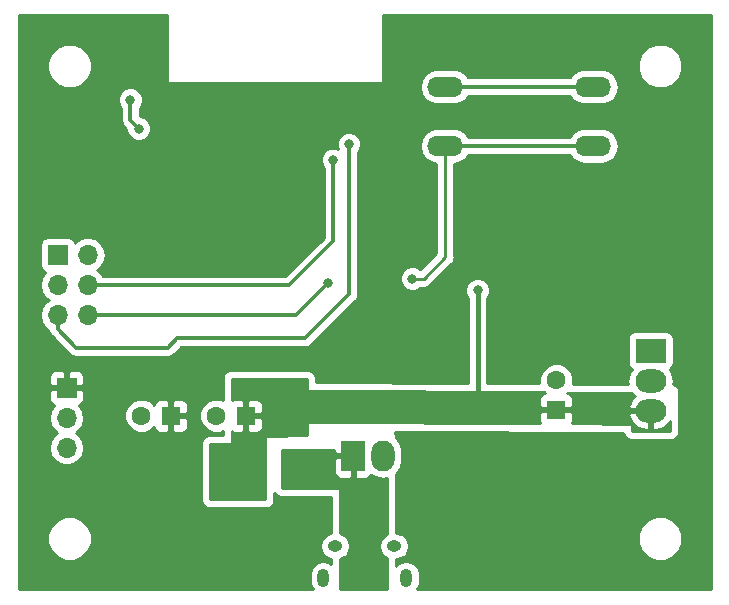
<source format=gbr>
G04 #@! TF.GenerationSoftware,KiCad,Pcbnew,5.0.1*
G04 #@! TF.CreationDate,2018-11-12T23:15:09+00:00*
G04 #@! TF.ProjectId,ESP32-WS2812-Controller,45535033322D5753323831322D436F6E,rev?*
G04 #@! TF.SameCoordinates,Original*
G04 #@! TF.FileFunction,Copper,L2,Bot,Signal*
G04 #@! TF.FilePolarity,Positive*
%FSLAX46Y46*%
G04 Gerber Fmt 4.6, Leading zero omitted, Abs format (unit mm)*
G04 Created by KiCad (PCBNEW 5.0.1) date Mon 12 Nov 2018 23:15:09 GMT*
%MOMM*%
%LPD*%
G01*
G04 APERTURE LIST*
G04 #@! TA.AperFunction,ComponentPad*
%ADD10C,1.600000*%
G04 #@! TD*
G04 #@! TA.AperFunction,ComponentPad*
%ADD11R,1.600000X1.600000*%
G04 #@! TD*
G04 #@! TA.AperFunction,ComponentPad*
%ADD12O,1.000000X1.550000*%
G04 #@! TD*
G04 #@! TA.AperFunction,ComponentPad*
%ADD13O,1.250000X0.950000*%
G04 #@! TD*
G04 #@! TA.AperFunction,ComponentPad*
%ADD14O,2.000000X2.600000*%
G04 #@! TD*
G04 #@! TA.AperFunction,ComponentPad*
%ADD15R,2.000000X2.600000*%
G04 #@! TD*
G04 #@! TA.AperFunction,ComponentPad*
%ADD16O,2.600000X2.000000*%
G04 #@! TD*
G04 #@! TA.AperFunction,ComponentPad*
%ADD17R,2.600000X2.000000*%
G04 #@! TD*
G04 #@! TA.AperFunction,ComponentPad*
%ADD18O,3.048000X1.727200*%
G04 #@! TD*
G04 #@! TA.AperFunction,ComponentPad*
%ADD19O,1.700000X1.700000*%
G04 #@! TD*
G04 #@! TA.AperFunction,ComponentPad*
%ADD20R,1.700000X1.700000*%
G04 #@! TD*
G04 #@! TA.AperFunction,ViaPad*
%ADD21C,0.800000*%
G04 #@! TD*
G04 #@! TA.AperFunction,Conductor*
%ADD22C,0.400000*%
G04 #@! TD*
G04 #@! TA.AperFunction,Conductor*
%ADD23C,0.300000*%
G04 #@! TD*
G04 #@! TA.AperFunction,Conductor*
%ADD24C,0.250000*%
G04 #@! TD*
G04 #@! TA.AperFunction,Conductor*
%ADD25C,0.254000*%
G04 #@! TD*
G04 APERTURE END LIST*
D10*
G04 #@! TO.P,C1,2*
G04 #@! TO.N,GND*
X146200000Y-131600000D03*
D11*
G04 #@! TO.P,C1,1*
G04 #@! TO.N,+5V*
X146200000Y-134100000D03*
G04 #@! TD*
G04 #@! TO.P,C2,1*
G04 #@! TO.N,+5V*
X119920000Y-134620000D03*
D10*
G04 #@! TO.P,C2,2*
G04 #@! TO.N,GND*
X117420000Y-134620000D03*
G04 #@! TD*
G04 #@! TO.P,C3,2*
G04 #@! TO.N,GND*
X111070000Y-134620000D03*
D11*
G04 #@! TO.P,C3,1*
G04 #@! TO.N,+3V3*
X113570000Y-134620000D03*
G04 #@! TD*
D12*
G04 #@! TO.P,J1,6*
G04 #@! TO.N,GND*
X133500000Y-148350000D03*
X126500000Y-148350000D03*
D13*
X132500000Y-145650000D03*
X127500000Y-145650000D03*
G04 #@! TD*
D14*
G04 #@! TO.P,J2,2*
G04 #@! TO.N,GND*
X131540000Y-138000000D03*
D15*
G04 #@! TO.P,J2,1*
G04 #@! TO.N,/5V_Input*
X129000000Y-138000000D03*
G04 #@! TD*
D16*
G04 #@! TO.P,J4,3*
G04 #@! TO.N,+5V*
X154200000Y-134180000D03*
G04 #@! TO.P,J4,2*
G04 #@! TO.N,/DATA*
X154200000Y-131640000D03*
D17*
G04 #@! TO.P,J4,1*
G04 #@! TO.N,GND*
X154200000Y-129100000D03*
G04 #@! TD*
D18*
G04 #@! TO.P,SW1,2*
G04 #@! TO.N,/Button_Open_Side*
X149320000Y-106760000D03*
G04 #@! TO.P,SW1,1*
G04 #@! TO.N,/ESP32-WROOM/IO4*
X149320000Y-111760000D03*
G04 #@! TO.P,SW1,2*
G04 #@! TO.N,/Button_Open_Side*
X136820000Y-106760000D03*
G04 #@! TO.P,SW1,1*
G04 #@! TO.N,/ESP32-WROOM/IO4*
X136820000Y-111760000D03*
G04 #@! TD*
D19*
G04 #@! TO.P,J3,6*
G04 #@! TO.N,/IO0*
X106540000Y-126080000D03*
G04 #@! TO.P,J3,5*
G04 #@! TO.N,/TXD*
X104000000Y-126080000D03*
G04 #@! TO.P,J3,4*
G04 #@! TO.N,/RXD*
X106540000Y-123540000D03*
G04 #@! TO.P,J3,3*
G04 #@! TO.N,Net-(J3-Pad3)*
X104000000Y-123540000D03*
G04 #@! TO.P,J3,2*
G04 #@! TO.N,/EN*
X106540000Y-121000000D03*
D20*
G04 #@! TO.P,J3,1*
G04 #@! TO.N,GND*
X104000000Y-121000000D03*
G04 #@! TD*
D19*
G04 #@! TO.P,J5,3*
G04 #@! TO.N,/Mic_Input*
X104750000Y-137330000D03*
G04 #@! TO.P,J5,2*
G04 #@! TO.N,GND*
X104750000Y-134790000D03*
D20*
G04 #@! TO.P,J5,1*
G04 #@! TO.N,+3V3*
X104750000Y-132250000D03*
G04 #@! TD*
D21*
G04 #@! TO.N,+5V*
X124400000Y-134700000D03*
X122300000Y-135600000D03*
X118400000Y-138400000D03*
X120350000Y-140000000D03*
X138900000Y-134250000D03*
X139550000Y-124000000D03*
G04 #@! TO.N,+3V3*
X105000000Y-110700000D03*
X102750000Y-110150000D03*
X140900000Y-119250000D03*
X137150000Y-146750000D03*
X109000000Y-104000000D03*
X134750000Y-121500000D03*
G04 #@! TO.N,/5V_Input*
X128700000Y-144150000D03*
X128700000Y-147150000D03*
X124000000Y-139200000D03*
X125450000Y-138250000D03*
G04 #@! TO.N,/ESP32-WROOM/IO4*
X134000000Y-123000000D03*
G04 #@! TO.N,/IO0*
X126850000Y-123400000D03*
G04 #@! TO.N,/TXD*
X128650000Y-111600000D03*
G04 #@! TO.N,/RXD*
X127300000Y-112950000D03*
G04 #@! TO.N,/EN*
X110150000Y-107850000D03*
X110850000Y-110300000D03*
G04 #@! TD*
D22*
G04 #@! TO.N,+5V*
X139550000Y-124000000D02*
X139550000Y-124565685D01*
X139550000Y-124565685D02*
X139550000Y-133250000D01*
D23*
G04 #@! TO.N,/ESP32-WROOM/IO4*
X138644000Y-111760000D02*
X149320000Y-111760000D01*
X137820000Y-111760000D02*
X139644000Y-111760000D01*
D24*
X135000000Y-123000000D02*
X134000000Y-123000000D01*
X136820000Y-111760000D02*
X136820000Y-121180000D01*
X136820000Y-121180000D02*
X135000000Y-123000000D01*
D23*
G04 #@! TO.N,/Button_Open_Side*
X138644000Y-106760000D02*
X149320000Y-106760000D01*
X137820000Y-106760000D02*
X139644000Y-106760000D01*
G04 #@! TO.N,/IO0*
X107742081Y-126080000D02*
X107762081Y-126100000D01*
X106540000Y-126080000D02*
X107742081Y-126080000D01*
X107762081Y-126100000D02*
X124150000Y-126100000D01*
X124150000Y-126100000D02*
X126850000Y-123400000D01*
G04 #@! TO.N,/TXD*
X114100000Y-128050000D02*
X124900000Y-128050000D01*
X113300000Y-128850000D02*
X114100000Y-128050000D01*
X104000000Y-126080000D02*
X104000000Y-127282081D01*
X124900000Y-128050000D02*
X128650000Y-124300000D01*
X105567919Y-128850000D02*
X113300000Y-128850000D01*
X104000000Y-127282081D02*
X105567919Y-128850000D01*
X128650000Y-124300000D02*
X128650000Y-111600000D01*
G04 #@! TO.N,/RXD*
X107742081Y-123540000D02*
X107752081Y-123550000D01*
X106540000Y-123540000D02*
X107742081Y-123540000D01*
X107752081Y-123550000D02*
X123600000Y-123550000D01*
X123600000Y-123550000D02*
X127300000Y-119850000D01*
X127300000Y-119850000D02*
X127300000Y-112950000D01*
G04 #@! TO.N,/EN*
X110150000Y-107850000D02*
X110150000Y-109600000D01*
X110150000Y-109600000D02*
X110850000Y-110300000D01*
G04 #@! TD*
D25*
G04 #@! TO.N,/5V_Input*
G36*
X127365000Y-137714250D02*
X127523750Y-137873000D01*
X128873000Y-137873000D01*
X128873000Y-137853000D01*
X129127000Y-137853000D01*
X129127000Y-137873000D01*
X129147000Y-137873000D01*
X129147000Y-138127000D01*
X129127000Y-138127000D01*
X129127000Y-139776250D01*
X129285750Y-139935000D01*
X130126309Y-139935000D01*
X130359698Y-139838327D01*
X130538327Y-139659699D01*
X130558635Y-139610670D01*
X130902056Y-139840136D01*
X131540000Y-139967031D01*
X131873000Y-139900793D01*
X131873000Y-144633736D01*
X131549735Y-144849735D01*
X131304403Y-145216900D01*
X131218254Y-145650000D01*
X131304403Y-146083100D01*
X131549735Y-146450265D01*
X131873000Y-146666264D01*
X131873000Y-149290000D01*
X127927000Y-149290000D01*
X127927000Y-146726647D01*
X128083100Y-146695597D01*
X128450265Y-146450265D01*
X128695597Y-146083100D01*
X128781746Y-145650000D01*
X128695597Y-145216900D01*
X128450265Y-144849735D01*
X128083100Y-144604403D01*
X127927000Y-144573353D01*
X127927000Y-140850000D01*
X127917333Y-140801399D01*
X127889803Y-140760197D01*
X127848601Y-140732667D01*
X127800000Y-140723000D01*
X123027000Y-140723000D01*
X123027000Y-138285750D01*
X127365000Y-138285750D01*
X127365000Y-139426310D01*
X127461673Y-139659699D01*
X127640302Y-139838327D01*
X127873691Y-139935000D01*
X128714250Y-139935000D01*
X128873000Y-139776250D01*
X128873000Y-138127000D01*
X127523750Y-138127000D01*
X127365000Y-138285750D01*
X123027000Y-138285750D01*
X123027000Y-137527000D01*
X127365000Y-137527000D01*
X127365000Y-137714250D01*
X127365000Y-137714250D01*
G37*
X127365000Y-137714250D02*
X127523750Y-137873000D01*
X128873000Y-137873000D01*
X128873000Y-137853000D01*
X129127000Y-137853000D01*
X129127000Y-137873000D01*
X129147000Y-137873000D01*
X129147000Y-138127000D01*
X129127000Y-138127000D01*
X129127000Y-139776250D01*
X129285750Y-139935000D01*
X130126309Y-139935000D01*
X130359698Y-139838327D01*
X130538327Y-139659699D01*
X130558635Y-139610670D01*
X130902056Y-139840136D01*
X131540000Y-139967031D01*
X131873000Y-139900793D01*
X131873000Y-144633736D01*
X131549735Y-144849735D01*
X131304403Y-145216900D01*
X131218254Y-145650000D01*
X131304403Y-146083100D01*
X131549735Y-146450265D01*
X131873000Y-146666264D01*
X131873000Y-149290000D01*
X127927000Y-149290000D01*
X127927000Y-146726647D01*
X128083100Y-146695597D01*
X128450265Y-146450265D01*
X128695597Y-146083100D01*
X128781746Y-145650000D01*
X128695597Y-145216900D01*
X128450265Y-144849735D01*
X128083100Y-144604403D01*
X127927000Y-144573353D01*
X127927000Y-140850000D01*
X127917333Y-140801399D01*
X127889803Y-140760197D01*
X127848601Y-140732667D01*
X127800000Y-140723000D01*
X123027000Y-140723000D01*
X123027000Y-138285750D01*
X127365000Y-138285750D01*
X127365000Y-139426310D01*
X127461673Y-139659699D01*
X127640302Y-139838327D01*
X127873691Y-139935000D01*
X128714250Y-139935000D01*
X128873000Y-139776250D01*
X128873000Y-138127000D01*
X127523750Y-138127000D01*
X127365000Y-138285750D01*
X123027000Y-138285750D01*
X123027000Y-137527000D01*
X127365000Y-137527000D01*
X127365000Y-137714250D01*
G04 #@! TO.N,+5V*
G36*
X125073000Y-132400000D02*
X125082667Y-132448601D01*
X125110197Y-132489803D01*
X125151399Y-132517333D01*
X125199278Y-132526998D01*
X145211307Y-132640703D01*
X145246759Y-132676155D01*
X145040301Y-132761673D01*
X144861673Y-132940302D01*
X144765000Y-133173691D01*
X144765000Y-133814250D01*
X144923750Y-133973000D01*
X146073000Y-133973000D01*
X146073000Y-133953000D01*
X146327000Y-133953000D01*
X146327000Y-133973000D01*
X147476250Y-133973000D01*
X147635000Y-133814250D01*
X147635000Y-133173691D01*
X147538327Y-132940302D01*
X147359699Y-132761673D01*
X147153241Y-132676155D01*
X147177521Y-132651875D01*
X152630418Y-132682857D01*
X152721231Y-132818769D01*
X152887629Y-132929952D01*
X152654078Y-133113683D01*
X152340856Y-133671645D01*
X152309876Y-133799566D01*
X152429223Y-134053000D01*
X154073000Y-134053000D01*
X154073000Y-134033000D01*
X154327000Y-134033000D01*
X154327000Y-134053000D01*
X154347000Y-134053000D01*
X154347000Y-134307000D01*
X154327000Y-134307000D01*
X154327000Y-135815000D01*
X154627000Y-135815000D01*
X155243020Y-135641942D01*
X155745922Y-135246317D01*
X155873000Y-135019945D01*
X155873000Y-135873000D01*
X152626900Y-135873000D01*
X152627177Y-135412902D01*
X152617539Y-135364296D01*
X152590034Y-135323077D01*
X152548848Y-135295523D01*
X152500702Y-135285827D01*
X147532730Y-135265295D01*
X147538327Y-135259698D01*
X147635000Y-135026309D01*
X147635000Y-134560434D01*
X152309876Y-134560434D01*
X152340856Y-134688355D01*
X152654078Y-135246317D01*
X153156980Y-135641942D01*
X153773000Y-135815000D01*
X154073000Y-135815000D01*
X154073000Y-134307000D01*
X152429223Y-134307000D01*
X152309876Y-134560434D01*
X147635000Y-134560434D01*
X147635000Y-134385750D01*
X147476250Y-134227000D01*
X146327000Y-134227000D01*
X146327000Y-134247000D01*
X146073000Y-134247000D01*
X146073000Y-134227000D01*
X144923750Y-134227000D01*
X144765000Y-134385750D01*
X144765000Y-135026309D01*
X144859415Y-135254247D01*
X125200525Y-135173001D01*
X125151885Y-135182467D01*
X125110569Y-135209827D01*
X125082869Y-135250915D01*
X125073000Y-135300000D01*
X125073000Y-136274801D01*
X121698186Y-136323013D01*
X121649728Y-136333373D01*
X121608924Y-136361489D01*
X121581985Y-136403080D01*
X121573000Y-136450000D01*
X121573000Y-141673000D01*
X116927000Y-141673000D01*
X116927000Y-137027000D01*
X118600000Y-137027000D01*
X118648601Y-137017333D01*
X118689803Y-136989803D01*
X118717333Y-136948601D01*
X118727000Y-136900000D01*
X118727000Y-135925025D01*
X118760302Y-135958327D01*
X118993691Y-136055000D01*
X119634250Y-136055000D01*
X119793000Y-135896250D01*
X119793000Y-134747000D01*
X120047000Y-134747000D01*
X120047000Y-135896250D01*
X120205750Y-136055000D01*
X120846309Y-136055000D01*
X121079698Y-135958327D01*
X121258327Y-135779699D01*
X121355000Y-135546310D01*
X121355000Y-134905750D01*
X121196250Y-134747000D01*
X120047000Y-134747000D01*
X119793000Y-134747000D01*
X119773000Y-134747000D01*
X119773000Y-134493000D01*
X119793000Y-134493000D01*
X119793000Y-133343750D01*
X120047000Y-133343750D01*
X120047000Y-134493000D01*
X121196250Y-134493000D01*
X121355000Y-134334250D01*
X121355000Y-133693690D01*
X121258327Y-133460301D01*
X121079698Y-133281673D01*
X120846309Y-133185000D01*
X120205750Y-133185000D01*
X120047000Y-133343750D01*
X119793000Y-133343750D01*
X119634250Y-133185000D01*
X118993691Y-133185000D01*
X118760302Y-133281673D01*
X118727000Y-133314975D01*
X118727000Y-131527000D01*
X125073000Y-131527000D01*
X125073000Y-132400000D01*
X125073000Y-132400000D01*
G37*
X125073000Y-132400000D02*
X125082667Y-132448601D01*
X125110197Y-132489803D01*
X125151399Y-132517333D01*
X125199278Y-132526998D01*
X145211307Y-132640703D01*
X145246759Y-132676155D01*
X145040301Y-132761673D01*
X144861673Y-132940302D01*
X144765000Y-133173691D01*
X144765000Y-133814250D01*
X144923750Y-133973000D01*
X146073000Y-133973000D01*
X146073000Y-133953000D01*
X146327000Y-133953000D01*
X146327000Y-133973000D01*
X147476250Y-133973000D01*
X147635000Y-133814250D01*
X147635000Y-133173691D01*
X147538327Y-132940302D01*
X147359699Y-132761673D01*
X147153241Y-132676155D01*
X147177521Y-132651875D01*
X152630418Y-132682857D01*
X152721231Y-132818769D01*
X152887629Y-132929952D01*
X152654078Y-133113683D01*
X152340856Y-133671645D01*
X152309876Y-133799566D01*
X152429223Y-134053000D01*
X154073000Y-134053000D01*
X154073000Y-134033000D01*
X154327000Y-134033000D01*
X154327000Y-134053000D01*
X154347000Y-134053000D01*
X154347000Y-134307000D01*
X154327000Y-134307000D01*
X154327000Y-135815000D01*
X154627000Y-135815000D01*
X155243020Y-135641942D01*
X155745922Y-135246317D01*
X155873000Y-135019945D01*
X155873000Y-135873000D01*
X152626900Y-135873000D01*
X152627177Y-135412902D01*
X152617539Y-135364296D01*
X152590034Y-135323077D01*
X152548848Y-135295523D01*
X152500702Y-135285827D01*
X147532730Y-135265295D01*
X147538327Y-135259698D01*
X147635000Y-135026309D01*
X147635000Y-134560434D01*
X152309876Y-134560434D01*
X152340856Y-134688355D01*
X152654078Y-135246317D01*
X153156980Y-135641942D01*
X153773000Y-135815000D01*
X154073000Y-135815000D01*
X154073000Y-134307000D01*
X152429223Y-134307000D01*
X152309876Y-134560434D01*
X147635000Y-134560434D01*
X147635000Y-134385750D01*
X147476250Y-134227000D01*
X146327000Y-134227000D01*
X146327000Y-134247000D01*
X146073000Y-134247000D01*
X146073000Y-134227000D01*
X144923750Y-134227000D01*
X144765000Y-134385750D01*
X144765000Y-135026309D01*
X144859415Y-135254247D01*
X125200525Y-135173001D01*
X125151885Y-135182467D01*
X125110569Y-135209827D01*
X125082869Y-135250915D01*
X125073000Y-135300000D01*
X125073000Y-136274801D01*
X121698186Y-136323013D01*
X121649728Y-136333373D01*
X121608924Y-136361489D01*
X121581985Y-136403080D01*
X121573000Y-136450000D01*
X121573000Y-141673000D01*
X116927000Y-141673000D01*
X116927000Y-137027000D01*
X118600000Y-137027000D01*
X118648601Y-137017333D01*
X118689803Y-136989803D01*
X118717333Y-136948601D01*
X118727000Y-136900000D01*
X118727000Y-135925025D01*
X118760302Y-135958327D01*
X118993691Y-136055000D01*
X119634250Y-136055000D01*
X119793000Y-135896250D01*
X119793000Y-134747000D01*
X120047000Y-134747000D01*
X120047000Y-135896250D01*
X120205750Y-136055000D01*
X120846309Y-136055000D01*
X121079698Y-135958327D01*
X121258327Y-135779699D01*
X121355000Y-135546310D01*
X121355000Y-134905750D01*
X121196250Y-134747000D01*
X120047000Y-134747000D01*
X119793000Y-134747000D01*
X119773000Y-134747000D01*
X119773000Y-134493000D01*
X119793000Y-134493000D01*
X119793000Y-133343750D01*
X120047000Y-133343750D01*
X120047000Y-134493000D01*
X121196250Y-134493000D01*
X121355000Y-134334250D01*
X121355000Y-133693690D01*
X121258327Y-133460301D01*
X121079698Y-133281673D01*
X120846309Y-133185000D01*
X120205750Y-133185000D01*
X120047000Y-133343750D01*
X119793000Y-133343750D01*
X119634250Y-133185000D01*
X118993691Y-133185000D01*
X118760302Y-133281673D01*
X118727000Y-133314975D01*
X118727000Y-131527000D01*
X125073000Y-131527000D01*
X125073000Y-132400000D01*
G04 #@! TO.N,+3V3*
G36*
X113273000Y-106300000D02*
X113282667Y-106348601D01*
X113310197Y-106389803D01*
X113351399Y-106417333D01*
X113400000Y-106427000D01*
X131400000Y-106427000D01*
X131448601Y-106417333D01*
X131489803Y-106389803D01*
X131517333Y-106348601D01*
X131527000Y-106300000D01*
X131527000Y-104625050D01*
X153115000Y-104625050D01*
X153115000Y-105374950D01*
X153401974Y-106067767D01*
X153932233Y-106598026D01*
X154625050Y-106885000D01*
X155374950Y-106885000D01*
X156067767Y-106598026D01*
X156598026Y-106067767D01*
X156885000Y-105374950D01*
X156885000Y-104625050D01*
X156598026Y-103932233D01*
X156067767Y-103401974D01*
X155374950Y-103115000D01*
X154625050Y-103115000D01*
X153932233Y-103401974D01*
X153401974Y-103932233D01*
X153115000Y-104625050D01*
X131527000Y-104625050D01*
X131527000Y-100710000D01*
X159290001Y-100710000D01*
X159290000Y-149290000D01*
X134420713Y-149290000D01*
X134569146Y-149067854D01*
X134635000Y-148736782D01*
X134635000Y-147963217D01*
X134569146Y-147632145D01*
X134318289Y-147256711D01*
X133942854Y-147005854D01*
X133500000Y-146917765D01*
X133057145Y-147005854D01*
X132681711Y-147256711D01*
X132635000Y-147326619D01*
X132635000Y-146760000D01*
X132759324Y-146760000D01*
X133083100Y-146695597D01*
X133450265Y-146450265D01*
X133695597Y-146083100D01*
X133781746Y-145650000D01*
X133695597Y-145216900D01*
X133450265Y-144849735D01*
X133114001Y-144625050D01*
X153115000Y-144625050D01*
X153115000Y-145374950D01*
X153401974Y-146067767D01*
X153932233Y-146598026D01*
X154625050Y-146885000D01*
X155374950Y-146885000D01*
X156067767Y-146598026D01*
X156598026Y-146067767D01*
X156885000Y-145374950D01*
X156885000Y-144625050D01*
X156598026Y-143932233D01*
X156067767Y-143401974D01*
X155374950Y-143115000D01*
X154625050Y-143115000D01*
X153932233Y-143401974D01*
X153401974Y-143932233D01*
X153115000Y-144625050D01*
X133114001Y-144625050D01*
X133083100Y-144604403D01*
X132759324Y-144540000D01*
X132635000Y-144540000D01*
X132635000Y-139534742D01*
X132718769Y-139478769D01*
X133080136Y-138937945D01*
X133175000Y-138461030D01*
X133175000Y-137538969D01*
X133080136Y-137062055D01*
X132718769Y-136521231D01*
X132635000Y-136465258D01*
X132635000Y-136300000D01*
X132586664Y-136056996D01*
X132525381Y-135965280D01*
X151873885Y-136045244D01*
X151913160Y-136243004D01*
X152050811Y-136449013D01*
X152256820Y-136586664D01*
X152499824Y-136635000D01*
X156000000Y-136635000D01*
X156243004Y-136586664D01*
X156449013Y-136449013D01*
X156586664Y-136243004D01*
X156635000Y-136000000D01*
X156635000Y-132575000D01*
X156588035Y-132335333D01*
X156451557Y-132128546D01*
X156246333Y-131989727D01*
X156103294Y-131960429D01*
X156167031Y-131640000D01*
X156040136Y-131002055D01*
X155809511Y-130656900D01*
X155957809Y-130557809D01*
X156098157Y-130347765D01*
X156147440Y-130100000D01*
X156147440Y-128100000D01*
X156098157Y-127852235D01*
X155957809Y-127642191D01*
X155747765Y-127501843D01*
X155500000Y-127452560D01*
X152900000Y-127452560D01*
X152652235Y-127501843D01*
X152442191Y-127642191D01*
X152301843Y-127852235D01*
X152252560Y-128100000D01*
X152252560Y-130100000D01*
X152301843Y-130347765D01*
X152442191Y-130557809D01*
X152590489Y-130656900D01*
X152359864Y-131002055D01*
X152232969Y-131640000D01*
X152288446Y-131918901D01*
X147632098Y-131892444D01*
X147635000Y-131885439D01*
X147635000Y-131314561D01*
X147416534Y-130787138D01*
X147012862Y-130383466D01*
X146485439Y-130165000D01*
X145914561Y-130165000D01*
X145387138Y-130383466D01*
X144983466Y-130787138D01*
X144765000Y-131314561D01*
X144765000Y-131876154D01*
X140385000Y-131851268D01*
X140385000Y-124628711D01*
X140427431Y-124586280D01*
X140585000Y-124205874D01*
X140585000Y-123794126D01*
X140427431Y-123413720D01*
X140136280Y-123122569D01*
X139755874Y-122965000D01*
X139344126Y-122965000D01*
X138963720Y-123122569D01*
X138672569Y-123413720D01*
X138515000Y-123794126D01*
X138515000Y-124205874D01*
X138672569Y-124586280D01*
X138715000Y-124628711D01*
X138715001Y-131841779D01*
X125835000Y-131768597D01*
X125835000Y-131400000D01*
X125786664Y-131156996D01*
X125649013Y-130950987D01*
X125443004Y-130813336D01*
X125200000Y-130765000D01*
X118600000Y-130765000D01*
X118356996Y-130813336D01*
X118150987Y-130950987D01*
X118013336Y-131156996D01*
X117965000Y-131400000D01*
X117965000Y-133292514D01*
X117705439Y-133185000D01*
X117134561Y-133185000D01*
X116607138Y-133403466D01*
X116203466Y-133807138D01*
X115985000Y-134334561D01*
X115985000Y-134905439D01*
X116203466Y-135432862D01*
X116607138Y-135836534D01*
X117134561Y-136055000D01*
X117705439Y-136055000D01*
X117965000Y-135947486D01*
X117965000Y-136265000D01*
X116800000Y-136265000D01*
X116556996Y-136313336D01*
X116350987Y-136450987D01*
X116213336Y-136656996D01*
X116165000Y-136900000D01*
X116165000Y-141800000D01*
X116213336Y-142043004D01*
X116350987Y-142249013D01*
X116556996Y-142386664D01*
X116800000Y-142435000D01*
X121700000Y-142435000D01*
X121943004Y-142386664D01*
X122149013Y-142249013D01*
X122286664Y-142043004D01*
X122335000Y-141800000D01*
X122335000Y-141125426D01*
X122450987Y-141299013D01*
X122656996Y-141436664D01*
X122900000Y-141485000D01*
X127165000Y-141485000D01*
X127165000Y-144555053D01*
X126916900Y-144604403D01*
X126549735Y-144849735D01*
X126304403Y-145216900D01*
X126218254Y-145650000D01*
X126304403Y-146083100D01*
X126549735Y-146450265D01*
X126916900Y-146695597D01*
X127165000Y-146744947D01*
X127165000Y-147154287D01*
X126942854Y-147005854D01*
X126500000Y-146917765D01*
X126057145Y-147005854D01*
X125681711Y-147256711D01*
X125430854Y-147632146D01*
X125365000Y-147963218D01*
X125365000Y-148736783D01*
X125430854Y-149067855D01*
X125579287Y-149290000D01*
X100710000Y-149290000D01*
X100710000Y-144625050D01*
X103115000Y-144625050D01*
X103115000Y-145374950D01*
X103401974Y-146067767D01*
X103932233Y-146598026D01*
X104625050Y-146885000D01*
X105374950Y-146885000D01*
X106067767Y-146598026D01*
X106598026Y-146067767D01*
X106885000Y-145374950D01*
X106885000Y-144625050D01*
X106598026Y-143932233D01*
X106067767Y-143401974D01*
X105374950Y-143115000D01*
X104625050Y-143115000D01*
X103932233Y-143401974D01*
X103401974Y-143932233D01*
X103115000Y-144625050D01*
X100710000Y-144625050D01*
X100710000Y-134790000D01*
X103235908Y-134790000D01*
X103351161Y-135369418D01*
X103679375Y-135860625D01*
X103977761Y-136060000D01*
X103679375Y-136259375D01*
X103351161Y-136750582D01*
X103235908Y-137330000D01*
X103351161Y-137909418D01*
X103679375Y-138400625D01*
X104170582Y-138728839D01*
X104603744Y-138815000D01*
X104896256Y-138815000D01*
X105329418Y-138728839D01*
X105820625Y-138400625D01*
X106148839Y-137909418D01*
X106264092Y-137330000D01*
X106148839Y-136750582D01*
X105820625Y-136259375D01*
X105522239Y-136060000D01*
X105820625Y-135860625D01*
X106148839Y-135369418D01*
X106264092Y-134790000D01*
X106173500Y-134334561D01*
X109635000Y-134334561D01*
X109635000Y-134905439D01*
X109853466Y-135432862D01*
X110257138Y-135836534D01*
X110784561Y-136055000D01*
X111355439Y-136055000D01*
X111882862Y-135836534D01*
X112146155Y-135573241D01*
X112231673Y-135779699D01*
X112410302Y-135958327D01*
X112643691Y-136055000D01*
X113284250Y-136055000D01*
X113443000Y-135896250D01*
X113443000Y-134747000D01*
X113697000Y-134747000D01*
X113697000Y-135896250D01*
X113855750Y-136055000D01*
X114496309Y-136055000D01*
X114729698Y-135958327D01*
X114908327Y-135779699D01*
X115005000Y-135546310D01*
X115005000Y-134905750D01*
X114846250Y-134747000D01*
X113697000Y-134747000D01*
X113443000Y-134747000D01*
X113423000Y-134747000D01*
X113423000Y-134493000D01*
X113443000Y-134493000D01*
X113443000Y-133343750D01*
X113697000Y-133343750D01*
X113697000Y-134493000D01*
X114846250Y-134493000D01*
X115005000Y-134334250D01*
X115005000Y-133693690D01*
X114908327Y-133460301D01*
X114729698Y-133281673D01*
X114496309Y-133185000D01*
X113855750Y-133185000D01*
X113697000Y-133343750D01*
X113443000Y-133343750D01*
X113284250Y-133185000D01*
X112643691Y-133185000D01*
X112410302Y-133281673D01*
X112231673Y-133460301D01*
X112146155Y-133666759D01*
X111882862Y-133403466D01*
X111355439Y-133185000D01*
X110784561Y-133185000D01*
X110257138Y-133403466D01*
X109853466Y-133807138D01*
X109635000Y-134334561D01*
X106173500Y-134334561D01*
X106148839Y-134210582D01*
X105820625Y-133719375D01*
X105798967Y-133704904D01*
X105959698Y-133638327D01*
X106138327Y-133459699D01*
X106235000Y-133226310D01*
X106235000Y-132535750D01*
X106076250Y-132377000D01*
X104877000Y-132377000D01*
X104877000Y-132397000D01*
X104623000Y-132397000D01*
X104623000Y-132377000D01*
X103423750Y-132377000D01*
X103265000Y-132535750D01*
X103265000Y-133226310D01*
X103361673Y-133459699D01*
X103540302Y-133638327D01*
X103701033Y-133704904D01*
X103679375Y-133719375D01*
X103351161Y-134210582D01*
X103235908Y-134790000D01*
X100710000Y-134790000D01*
X100710000Y-131273690D01*
X103265000Y-131273690D01*
X103265000Y-131964250D01*
X103423750Y-132123000D01*
X104623000Y-132123000D01*
X104623000Y-130923750D01*
X104877000Y-130923750D01*
X104877000Y-132123000D01*
X106076250Y-132123000D01*
X106235000Y-131964250D01*
X106235000Y-131273690D01*
X106138327Y-131040301D01*
X105959698Y-130861673D01*
X105726309Y-130765000D01*
X105035750Y-130765000D01*
X104877000Y-130923750D01*
X104623000Y-130923750D01*
X104464250Y-130765000D01*
X103773691Y-130765000D01*
X103540302Y-130861673D01*
X103361673Y-131040301D01*
X103265000Y-131273690D01*
X100710000Y-131273690D01*
X100710000Y-123540000D01*
X102485908Y-123540000D01*
X102601161Y-124119418D01*
X102929375Y-124610625D01*
X103227761Y-124810000D01*
X102929375Y-125009375D01*
X102601161Y-125500582D01*
X102485908Y-126080000D01*
X102601161Y-126659418D01*
X102929375Y-127150625D01*
X103210889Y-127338727D01*
X103260546Y-127588372D01*
X103390251Y-127782489D01*
X103390254Y-127782492D01*
X103434048Y-127848034D01*
X103499590Y-127891828D01*
X104958172Y-129350411D01*
X105001966Y-129415953D01*
X105067508Y-129459747D01*
X105067510Y-129459749D01*
X105194665Y-129544711D01*
X105261627Y-129589454D01*
X105490603Y-129635000D01*
X105490607Y-129635000D01*
X105567918Y-129650378D01*
X105645229Y-129635000D01*
X113222688Y-129635000D01*
X113300000Y-129650378D01*
X113377312Y-129635000D01*
X113377316Y-129635000D01*
X113606292Y-129589454D01*
X113865953Y-129415953D01*
X113909749Y-129350408D01*
X114425158Y-128835000D01*
X124822688Y-128835000D01*
X124900000Y-128850378D01*
X124977312Y-128835000D01*
X124977316Y-128835000D01*
X125206292Y-128789454D01*
X125465953Y-128615953D01*
X125509749Y-128550408D01*
X129150411Y-124909747D01*
X129215953Y-124865953D01*
X129259747Y-124800411D01*
X129259749Y-124800409D01*
X129389454Y-124606292D01*
X129393435Y-124586280D01*
X129435000Y-124377316D01*
X129435000Y-124377312D01*
X129450378Y-124300000D01*
X129435000Y-124222688D01*
X129435000Y-122794126D01*
X132965000Y-122794126D01*
X132965000Y-123205874D01*
X133122569Y-123586280D01*
X133413720Y-123877431D01*
X133794126Y-124035000D01*
X134205874Y-124035000D01*
X134586280Y-123877431D01*
X134703711Y-123760000D01*
X134925153Y-123760000D01*
X135000000Y-123774888D01*
X135074847Y-123760000D01*
X135074852Y-123760000D01*
X135296537Y-123715904D01*
X135547929Y-123547929D01*
X135590331Y-123484470D01*
X137304473Y-121770329D01*
X137367929Y-121727929D01*
X137467161Y-121579418D01*
X137535904Y-121476538D01*
X137545480Y-121428395D01*
X137580000Y-121254852D01*
X137580000Y-121254848D01*
X137594888Y-121180000D01*
X137580000Y-121105152D01*
X137580000Y-113258600D01*
X137627998Y-113258600D01*
X138065125Y-113171650D01*
X138560830Y-112840430D01*
X138758230Y-112545000D01*
X147381770Y-112545000D01*
X147579170Y-112840430D01*
X148074875Y-113171650D01*
X148512002Y-113258600D01*
X150127998Y-113258600D01*
X150565125Y-113171650D01*
X151060830Y-112840430D01*
X151392050Y-112344725D01*
X151508359Y-111760000D01*
X151392050Y-111175275D01*
X151060830Y-110679570D01*
X150565125Y-110348350D01*
X150127998Y-110261400D01*
X148512002Y-110261400D01*
X148074875Y-110348350D01*
X147579170Y-110679570D01*
X147381770Y-110975000D01*
X138758230Y-110975000D01*
X138560830Y-110679570D01*
X138065125Y-110348350D01*
X137627998Y-110261400D01*
X136012002Y-110261400D01*
X135574875Y-110348350D01*
X135079170Y-110679570D01*
X134747950Y-111175275D01*
X134631641Y-111760000D01*
X134747950Y-112344725D01*
X135079170Y-112840430D01*
X135574875Y-113171650D01*
X136012002Y-113258600D01*
X136060000Y-113258600D01*
X136060001Y-120865197D01*
X134694455Y-122230744D01*
X134586280Y-122122569D01*
X134205874Y-121965000D01*
X133794126Y-121965000D01*
X133413720Y-122122569D01*
X133122569Y-122413720D01*
X132965000Y-122794126D01*
X129435000Y-122794126D01*
X129435000Y-112278711D01*
X129527431Y-112186280D01*
X129685000Y-111805874D01*
X129685000Y-111394126D01*
X129527431Y-111013720D01*
X129236280Y-110722569D01*
X128855874Y-110565000D01*
X128444126Y-110565000D01*
X128063720Y-110722569D01*
X127772569Y-111013720D01*
X127615000Y-111394126D01*
X127615000Y-111805874D01*
X127692163Y-111992163D01*
X127505874Y-111915000D01*
X127094126Y-111915000D01*
X126713720Y-112072569D01*
X126422569Y-112363720D01*
X126265000Y-112744126D01*
X126265000Y-113155874D01*
X126422569Y-113536280D01*
X126515001Y-113628712D01*
X126515000Y-119524842D01*
X123274843Y-122765000D01*
X107869671Y-122765000D01*
X107819397Y-122755000D01*
X107819393Y-122755000D01*
X107798727Y-122750889D01*
X107610625Y-122469375D01*
X107312239Y-122270000D01*
X107610625Y-122070625D01*
X107938839Y-121579418D01*
X108054092Y-121000000D01*
X107938839Y-120420582D01*
X107610625Y-119929375D01*
X107119418Y-119601161D01*
X106686256Y-119515000D01*
X106393744Y-119515000D01*
X105960582Y-119601161D01*
X105469375Y-119929375D01*
X105457184Y-119947619D01*
X105448157Y-119902235D01*
X105307809Y-119692191D01*
X105097765Y-119551843D01*
X104850000Y-119502560D01*
X103150000Y-119502560D01*
X102902235Y-119551843D01*
X102692191Y-119692191D01*
X102551843Y-119902235D01*
X102502560Y-120150000D01*
X102502560Y-121850000D01*
X102551843Y-122097765D01*
X102692191Y-122307809D01*
X102902235Y-122448157D01*
X102947619Y-122457184D01*
X102929375Y-122469375D01*
X102601161Y-122960582D01*
X102485908Y-123540000D01*
X100710000Y-123540000D01*
X100710000Y-107644126D01*
X109115000Y-107644126D01*
X109115000Y-108055874D01*
X109272569Y-108436280D01*
X109365000Y-108528711D01*
X109365001Y-109522684D01*
X109349622Y-109600000D01*
X109410546Y-109906291D01*
X109540251Y-110100408D01*
X109540254Y-110100411D01*
X109584048Y-110165953D01*
X109649590Y-110209747D01*
X109815000Y-110375157D01*
X109815000Y-110505874D01*
X109972569Y-110886280D01*
X110263720Y-111177431D01*
X110644126Y-111335000D01*
X111055874Y-111335000D01*
X111436280Y-111177431D01*
X111727431Y-110886280D01*
X111885000Y-110505874D01*
X111885000Y-110094126D01*
X111727431Y-109713720D01*
X111436280Y-109422569D01*
X111055874Y-109265000D01*
X110935000Y-109265000D01*
X110935000Y-108528711D01*
X111027431Y-108436280D01*
X111185000Y-108055874D01*
X111185000Y-107644126D01*
X111027431Y-107263720D01*
X110736280Y-106972569D01*
X110355874Y-106815000D01*
X109944126Y-106815000D01*
X109563720Y-106972569D01*
X109272569Y-107263720D01*
X109115000Y-107644126D01*
X100710000Y-107644126D01*
X100710000Y-104625050D01*
X103115000Y-104625050D01*
X103115000Y-105374950D01*
X103401974Y-106067767D01*
X103932233Y-106598026D01*
X104625050Y-106885000D01*
X105374950Y-106885000D01*
X105676726Y-106760000D01*
X134631641Y-106760000D01*
X134747950Y-107344725D01*
X135079170Y-107840430D01*
X135574875Y-108171650D01*
X136012002Y-108258600D01*
X137627998Y-108258600D01*
X138065125Y-108171650D01*
X138560830Y-107840430D01*
X138758230Y-107545000D01*
X147381770Y-107545000D01*
X147579170Y-107840430D01*
X148074875Y-108171650D01*
X148512002Y-108258600D01*
X150127998Y-108258600D01*
X150565125Y-108171650D01*
X151060830Y-107840430D01*
X151392050Y-107344725D01*
X151508359Y-106760000D01*
X151392050Y-106175275D01*
X151060830Y-105679570D01*
X150565125Y-105348350D01*
X150127998Y-105261400D01*
X148512002Y-105261400D01*
X148074875Y-105348350D01*
X147579170Y-105679570D01*
X147381770Y-105975000D01*
X138758230Y-105975000D01*
X138560830Y-105679570D01*
X138065125Y-105348350D01*
X137627998Y-105261400D01*
X136012002Y-105261400D01*
X135574875Y-105348350D01*
X135079170Y-105679570D01*
X134747950Y-106175275D01*
X134631641Y-106760000D01*
X105676726Y-106760000D01*
X106067767Y-106598026D01*
X106598026Y-106067767D01*
X106885000Y-105374950D01*
X106885000Y-104625050D01*
X106598026Y-103932233D01*
X106067767Y-103401974D01*
X105374950Y-103115000D01*
X104625050Y-103115000D01*
X103932233Y-103401974D01*
X103401974Y-103932233D01*
X103115000Y-104625050D01*
X100710000Y-104625050D01*
X100710000Y-100710000D01*
X113273000Y-100710000D01*
X113273000Y-106300000D01*
X113273000Y-106300000D01*
G37*
X113273000Y-106300000D02*
X113282667Y-106348601D01*
X113310197Y-106389803D01*
X113351399Y-106417333D01*
X113400000Y-106427000D01*
X131400000Y-106427000D01*
X131448601Y-106417333D01*
X131489803Y-106389803D01*
X131517333Y-106348601D01*
X131527000Y-106300000D01*
X131527000Y-104625050D01*
X153115000Y-104625050D01*
X153115000Y-105374950D01*
X153401974Y-106067767D01*
X153932233Y-106598026D01*
X154625050Y-106885000D01*
X155374950Y-106885000D01*
X156067767Y-106598026D01*
X156598026Y-106067767D01*
X156885000Y-105374950D01*
X156885000Y-104625050D01*
X156598026Y-103932233D01*
X156067767Y-103401974D01*
X155374950Y-103115000D01*
X154625050Y-103115000D01*
X153932233Y-103401974D01*
X153401974Y-103932233D01*
X153115000Y-104625050D01*
X131527000Y-104625050D01*
X131527000Y-100710000D01*
X159290001Y-100710000D01*
X159290000Y-149290000D01*
X134420713Y-149290000D01*
X134569146Y-149067854D01*
X134635000Y-148736782D01*
X134635000Y-147963217D01*
X134569146Y-147632145D01*
X134318289Y-147256711D01*
X133942854Y-147005854D01*
X133500000Y-146917765D01*
X133057145Y-147005854D01*
X132681711Y-147256711D01*
X132635000Y-147326619D01*
X132635000Y-146760000D01*
X132759324Y-146760000D01*
X133083100Y-146695597D01*
X133450265Y-146450265D01*
X133695597Y-146083100D01*
X133781746Y-145650000D01*
X133695597Y-145216900D01*
X133450265Y-144849735D01*
X133114001Y-144625050D01*
X153115000Y-144625050D01*
X153115000Y-145374950D01*
X153401974Y-146067767D01*
X153932233Y-146598026D01*
X154625050Y-146885000D01*
X155374950Y-146885000D01*
X156067767Y-146598026D01*
X156598026Y-146067767D01*
X156885000Y-145374950D01*
X156885000Y-144625050D01*
X156598026Y-143932233D01*
X156067767Y-143401974D01*
X155374950Y-143115000D01*
X154625050Y-143115000D01*
X153932233Y-143401974D01*
X153401974Y-143932233D01*
X153115000Y-144625050D01*
X133114001Y-144625050D01*
X133083100Y-144604403D01*
X132759324Y-144540000D01*
X132635000Y-144540000D01*
X132635000Y-139534742D01*
X132718769Y-139478769D01*
X133080136Y-138937945D01*
X133175000Y-138461030D01*
X133175000Y-137538969D01*
X133080136Y-137062055D01*
X132718769Y-136521231D01*
X132635000Y-136465258D01*
X132635000Y-136300000D01*
X132586664Y-136056996D01*
X132525381Y-135965280D01*
X151873885Y-136045244D01*
X151913160Y-136243004D01*
X152050811Y-136449013D01*
X152256820Y-136586664D01*
X152499824Y-136635000D01*
X156000000Y-136635000D01*
X156243004Y-136586664D01*
X156449013Y-136449013D01*
X156586664Y-136243004D01*
X156635000Y-136000000D01*
X156635000Y-132575000D01*
X156588035Y-132335333D01*
X156451557Y-132128546D01*
X156246333Y-131989727D01*
X156103294Y-131960429D01*
X156167031Y-131640000D01*
X156040136Y-131002055D01*
X155809511Y-130656900D01*
X155957809Y-130557809D01*
X156098157Y-130347765D01*
X156147440Y-130100000D01*
X156147440Y-128100000D01*
X156098157Y-127852235D01*
X155957809Y-127642191D01*
X155747765Y-127501843D01*
X155500000Y-127452560D01*
X152900000Y-127452560D01*
X152652235Y-127501843D01*
X152442191Y-127642191D01*
X152301843Y-127852235D01*
X152252560Y-128100000D01*
X152252560Y-130100000D01*
X152301843Y-130347765D01*
X152442191Y-130557809D01*
X152590489Y-130656900D01*
X152359864Y-131002055D01*
X152232969Y-131640000D01*
X152288446Y-131918901D01*
X147632098Y-131892444D01*
X147635000Y-131885439D01*
X147635000Y-131314561D01*
X147416534Y-130787138D01*
X147012862Y-130383466D01*
X146485439Y-130165000D01*
X145914561Y-130165000D01*
X145387138Y-130383466D01*
X144983466Y-130787138D01*
X144765000Y-131314561D01*
X144765000Y-131876154D01*
X140385000Y-131851268D01*
X140385000Y-124628711D01*
X140427431Y-124586280D01*
X140585000Y-124205874D01*
X140585000Y-123794126D01*
X140427431Y-123413720D01*
X140136280Y-123122569D01*
X139755874Y-122965000D01*
X139344126Y-122965000D01*
X138963720Y-123122569D01*
X138672569Y-123413720D01*
X138515000Y-123794126D01*
X138515000Y-124205874D01*
X138672569Y-124586280D01*
X138715000Y-124628711D01*
X138715001Y-131841779D01*
X125835000Y-131768597D01*
X125835000Y-131400000D01*
X125786664Y-131156996D01*
X125649013Y-130950987D01*
X125443004Y-130813336D01*
X125200000Y-130765000D01*
X118600000Y-130765000D01*
X118356996Y-130813336D01*
X118150987Y-130950987D01*
X118013336Y-131156996D01*
X117965000Y-131400000D01*
X117965000Y-133292514D01*
X117705439Y-133185000D01*
X117134561Y-133185000D01*
X116607138Y-133403466D01*
X116203466Y-133807138D01*
X115985000Y-134334561D01*
X115985000Y-134905439D01*
X116203466Y-135432862D01*
X116607138Y-135836534D01*
X117134561Y-136055000D01*
X117705439Y-136055000D01*
X117965000Y-135947486D01*
X117965000Y-136265000D01*
X116800000Y-136265000D01*
X116556996Y-136313336D01*
X116350987Y-136450987D01*
X116213336Y-136656996D01*
X116165000Y-136900000D01*
X116165000Y-141800000D01*
X116213336Y-142043004D01*
X116350987Y-142249013D01*
X116556996Y-142386664D01*
X116800000Y-142435000D01*
X121700000Y-142435000D01*
X121943004Y-142386664D01*
X122149013Y-142249013D01*
X122286664Y-142043004D01*
X122335000Y-141800000D01*
X122335000Y-141125426D01*
X122450987Y-141299013D01*
X122656996Y-141436664D01*
X122900000Y-141485000D01*
X127165000Y-141485000D01*
X127165000Y-144555053D01*
X126916900Y-144604403D01*
X126549735Y-144849735D01*
X126304403Y-145216900D01*
X126218254Y-145650000D01*
X126304403Y-146083100D01*
X126549735Y-146450265D01*
X126916900Y-146695597D01*
X127165000Y-146744947D01*
X127165000Y-147154287D01*
X126942854Y-147005854D01*
X126500000Y-146917765D01*
X126057145Y-147005854D01*
X125681711Y-147256711D01*
X125430854Y-147632146D01*
X125365000Y-147963218D01*
X125365000Y-148736783D01*
X125430854Y-149067855D01*
X125579287Y-149290000D01*
X100710000Y-149290000D01*
X100710000Y-144625050D01*
X103115000Y-144625050D01*
X103115000Y-145374950D01*
X103401974Y-146067767D01*
X103932233Y-146598026D01*
X104625050Y-146885000D01*
X105374950Y-146885000D01*
X106067767Y-146598026D01*
X106598026Y-146067767D01*
X106885000Y-145374950D01*
X106885000Y-144625050D01*
X106598026Y-143932233D01*
X106067767Y-143401974D01*
X105374950Y-143115000D01*
X104625050Y-143115000D01*
X103932233Y-143401974D01*
X103401974Y-143932233D01*
X103115000Y-144625050D01*
X100710000Y-144625050D01*
X100710000Y-134790000D01*
X103235908Y-134790000D01*
X103351161Y-135369418D01*
X103679375Y-135860625D01*
X103977761Y-136060000D01*
X103679375Y-136259375D01*
X103351161Y-136750582D01*
X103235908Y-137330000D01*
X103351161Y-137909418D01*
X103679375Y-138400625D01*
X104170582Y-138728839D01*
X104603744Y-138815000D01*
X104896256Y-138815000D01*
X105329418Y-138728839D01*
X105820625Y-138400625D01*
X106148839Y-137909418D01*
X106264092Y-137330000D01*
X106148839Y-136750582D01*
X105820625Y-136259375D01*
X105522239Y-136060000D01*
X105820625Y-135860625D01*
X106148839Y-135369418D01*
X106264092Y-134790000D01*
X106173500Y-134334561D01*
X109635000Y-134334561D01*
X109635000Y-134905439D01*
X109853466Y-135432862D01*
X110257138Y-135836534D01*
X110784561Y-136055000D01*
X111355439Y-136055000D01*
X111882862Y-135836534D01*
X112146155Y-135573241D01*
X112231673Y-135779699D01*
X112410302Y-135958327D01*
X112643691Y-136055000D01*
X113284250Y-136055000D01*
X113443000Y-135896250D01*
X113443000Y-134747000D01*
X113697000Y-134747000D01*
X113697000Y-135896250D01*
X113855750Y-136055000D01*
X114496309Y-136055000D01*
X114729698Y-135958327D01*
X114908327Y-135779699D01*
X115005000Y-135546310D01*
X115005000Y-134905750D01*
X114846250Y-134747000D01*
X113697000Y-134747000D01*
X113443000Y-134747000D01*
X113423000Y-134747000D01*
X113423000Y-134493000D01*
X113443000Y-134493000D01*
X113443000Y-133343750D01*
X113697000Y-133343750D01*
X113697000Y-134493000D01*
X114846250Y-134493000D01*
X115005000Y-134334250D01*
X115005000Y-133693690D01*
X114908327Y-133460301D01*
X114729698Y-133281673D01*
X114496309Y-133185000D01*
X113855750Y-133185000D01*
X113697000Y-133343750D01*
X113443000Y-133343750D01*
X113284250Y-133185000D01*
X112643691Y-133185000D01*
X112410302Y-133281673D01*
X112231673Y-133460301D01*
X112146155Y-133666759D01*
X111882862Y-133403466D01*
X111355439Y-133185000D01*
X110784561Y-133185000D01*
X110257138Y-133403466D01*
X109853466Y-133807138D01*
X109635000Y-134334561D01*
X106173500Y-134334561D01*
X106148839Y-134210582D01*
X105820625Y-133719375D01*
X105798967Y-133704904D01*
X105959698Y-133638327D01*
X106138327Y-133459699D01*
X106235000Y-133226310D01*
X106235000Y-132535750D01*
X106076250Y-132377000D01*
X104877000Y-132377000D01*
X104877000Y-132397000D01*
X104623000Y-132397000D01*
X104623000Y-132377000D01*
X103423750Y-132377000D01*
X103265000Y-132535750D01*
X103265000Y-133226310D01*
X103361673Y-133459699D01*
X103540302Y-133638327D01*
X103701033Y-133704904D01*
X103679375Y-133719375D01*
X103351161Y-134210582D01*
X103235908Y-134790000D01*
X100710000Y-134790000D01*
X100710000Y-131273690D01*
X103265000Y-131273690D01*
X103265000Y-131964250D01*
X103423750Y-132123000D01*
X104623000Y-132123000D01*
X104623000Y-130923750D01*
X104877000Y-130923750D01*
X104877000Y-132123000D01*
X106076250Y-132123000D01*
X106235000Y-131964250D01*
X106235000Y-131273690D01*
X106138327Y-131040301D01*
X105959698Y-130861673D01*
X105726309Y-130765000D01*
X105035750Y-130765000D01*
X104877000Y-130923750D01*
X104623000Y-130923750D01*
X104464250Y-130765000D01*
X103773691Y-130765000D01*
X103540302Y-130861673D01*
X103361673Y-131040301D01*
X103265000Y-131273690D01*
X100710000Y-131273690D01*
X100710000Y-123540000D01*
X102485908Y-123540000D01*
X102601161Y-124119418D01*
X102929375Y-124610625D01*
X103227761Y-124810000D01*
X102929375Y-125009375D01*
X102601161Y-125500582D01*
X102485908Y-126080000D01*
X102601161Y-126659418D01*
X102929375Y-127150625D01*
X103210889Y-127338727D01*
X103260546Y-127588372D01*
X103390251Y-127782489D01*
X103390254Y-127782492D01*
X103434048Y-127848034D01*
X103499590Y-127891828D01*
X104958172Y-129350411D01*
X105001966Y-129415953D01*
X105067508Y-129459747D01*
X105067510Y-129459749D01*
X105194665Y-129544711D01*
X105261627Y-129589454D01*
X105490603Y-129635000D01*
X105490607Y-129635000D01*
X105567918Y-129650378D01*
X105645229Y-129635000D01*
X113222688Y-129635000D01*
X113300000Y-129650378D01*
X113377312Y-129635000D01*
X113377316Y-129635000D01*
X113606292Y-129589454D01*
X113865953Y-129415953D01*
X113909749Y-129350408D01*
X114425158Y-128835000D01*
X124822688Y-128835000D01*
X124900000Y-128850378D01*
X124977312Y-128835000D01*
X124977316Y-128835000D01*
X125206292Y-128789454D01*
X125465953Y-128615953D01*
X125509749Y-128550408D01*
X129150411Y-124909747D01*
X129215953Y-124865953D01*
X129259747Y-124800411D01*
X129259749Y-124800409D01*
X129389454Y-124606292D01*
X129393435Y-124586280D01*
X129435000Y-124377316D01*
X129435000Y-124377312D01*
X129450378Y-124300000D01*
X129435000Y-124222688D01*
X129435000Y-122794126D01*
X132965000Y-122794126D01*
X132965000Y-123205874D01*
X133122569Y-123586280D01*
X133413720Y-123877431D01*
X133794126Y-124035000D01*
X134205874Y-124035000D01*
X134586280Y-123877431D01*
X134703711Y-123760000D01*
X134925153Y-123760000D01*
X135000000Y-123774888D01*
X135074847Y-123760000D01*
X135074852Y-123760000D01*
X135296537Y-123715904D01*
X135547929Y-123547929D01*
X135590331Y-123484470D01*
X137304473Y-121770329D01*
X137367929Y-121727929D01*
X137467161Y-121579418D01*
X137535904Y-121476538D01*
X137545480Y-121428395D01*
X137580000Y-121254852D01*
X137580000Y-121254848D01*
X137594888Y-121180000D01*
X137580000Y-121105152D01*
X137580000Y-113258600D01*
X137627998Y-113258600D01*
X138065125Y-113171650D01*
X138560830Y-112840430D01*
X138758230Y-112545000D01*
X147381770Y-112545000D01*
X147579170Y-112840430D01*
X148074875Y-113171650D01*
X148512002Y-113258600D01*
X150127998Y-113258600D01*
X150565125Y-113171650D01*
X151060830Y-112840430D01*
X151392050Y-112344725D01*
X151508359Y-111760000D01*
X151392050Y-111175275D01*
X151060830Y-110679570D01*
X150565125Y-110348350D01*
X150127998Y-110261400D01*
X148512002Y-110261400D01*
X148074875Y-110348350D01*
X147579170Y-110679570D01*
X147381770Y-110975000D01*
X138758230Y-110975000D01*
X138560830Y-110679570D01*
X138065125Y-110348350D01*
X137627998Y-110261400D01*
X136012002Y-110261400D01*
X135574875Y-110348350D01*
X135079170Y-110679570D01*
X134747950Y-111175275D01*
X134631641Y-111760000D01*
X134747950Y-112344725D01*
X135079170Y-112840430D01*
X135574875Y-113171650D01*
X136012002Y-113258600D01*
X136060000Y-113258600D01*
X136060001Y-120865197D01*
X134694455Y-122230744D01*
X134586280Y-122122569D01*
X134205874Y-121965000D01*
X133794126Y-121965000D01*
X133413720Y-122122569D01*
X133122569Y-122413720D01*
X132965000Y-122794126D01*
X129435000Y-122794126D01*
X129435000Y-112278711D01*
X129527431Y-112186280D01*
X129685000Y-111805874D01*
X129685000Y-111394126D01*
X129527431Y-111013720D01*
X129236280Y-110722569D01*
X128855874Y-110565000D01*
X128444126Y-110565000D01*
X128063720Y-110722569D01*
X127772569Y-111013720D01*
X127615000Y-111394126D01*
X127615000Y-111805874D01*
X127692163Y-111992163D01*
X127505874Y-111915000D01*
X127094126Y-111915000D01*
X126713720Y-112072569D01*
X126422569Y-112363720D01*
X126265000Y-112744126D01*
X126265000Y-113155874D01*
X126422569Y-113536280D01*
X126515001Y-113628712D01*
X126515000Y-119524842D01*
X123274843Y-122765000D01*
X107869671Y-122765000D01*
X107819397Y-122755000D01*
X107819393Y-122755000D01*
X107798727Y-122750889D01*
X107610625Y-122469375D01*
X107312239Y-122270000D01*
X107610625Y-122070625D01*
X107938839Y-121579418D01*
X108054092Y-121000000D01*
X107938839Y-120420582D01*
X107610625Y-119929375D01*
X107119418Y-119601161D01*
X106686256Y-119515000D01*
X106393744Y-119515000D01*
X105960582Y-119601161D01*
X105469375Y-119929375D01*
X105457184Y-119947619D01*
X105448157Y-119902235D01*
X105307809Y-119692191D01*
X105097765Y-119551843D01*
X104850000Y-119502560D01*
X103150000Y-119502560D01*
X102902235Y-119551843D01*
X102692191Y-119692191D01*
X102551843Y-119902235D01*
X102502560Y-120150000D01*
X102502560Y-121850000D01*
X102551843Y-122097765D01*
X102692191Y-122307809D01*
X102902235Y-122448157D01*
X102947619Y-122457184D01*
X102929375Y-122469375D01*
X102601161Y-122960582D01*
X102485908Y-123540000D01*
X100710000Y-123540000D01*
X100710000Y-107644126D01*
X109115000Y-107644126D01*
X109115000Y-108055874D01*
X109272569Y-108436280D01*
X109365000Y-108528711D01*
X109365001Y-109522684D01*
X109349622Y-109600000D01*
X109410546Y-109906291D01*
X109540251Y-110100408D01*
X109540254Y-110100411D01*
X109584048Y-110165953D01*
X109649590Y-110209747D01*
X109815000Y-110375157D01*
X109815000Y-110505874D01*
X109972569Y-110886280D01*
X110263720Y-111177431D01*
X110644126Y-111335000D01*
X111055874Y-111335000D01*
X111436280Y-111177431D01*
X111727431Y-110886280D01*
X111885000Y-110505874D01*
X111885000Y-110094126D01*
X111727431Y-109713720D01*
X111436280Y-109422569D01*
X111055874Y-109265000D01*
X110935000Y-109265000D01*
X110935000Y-108528711D01*
X111027431Y-108436280D01*
X111185000Y-108055874D01*
X111185000Y-107644126D01*
X111027431Y-107263720D01*
X110736280Y-106972569D01*
X110355874Y-106815000D01*
X109944126Y-106815000D01*
X109563720Y-106972569D01*
X109272569Y-107263720D01*
X109115000Y-107644126D01*
X100710000Y-107644126D01*
X100710000Y-104625050D01*
X103115000Y-104625050D01*
X103115000Y-105374950D01*
X103401974Y-106067767D01*
X103932233Y-106598026D01*
X104625050Y-106885000D01*
X105374950Y-106885000D01*
X105676726Y-106760000D01*
X134631641Y-106760000D01*
X134747950Y-107344725D01*
X135079170Y-107840430D01*
X135574875Y-108171650D01*
X136012002Y-108258600D01*
X137627998Y-108258600D01*
X138065125Y-108171650D01*
X138560830Y-107840430D01*
X138758230Y-107545000D01*
X147381770Y-107545000D01*
X147579170Y-107840430D01*
X148074875Y-108171650D01*
X148512002Y-108258600D01*
X150127998Y-108258600D01*
X150565125Y-108171650D01*
X151060830Y-107840430D01*
X151392050Y-107344725D01*
X151508359Y-106760000D01*
X151392050Y-106175275D01*
X151060830Y-105679570D01*
X150565125Y-105348350D01*
X150127998Y-105261400D01*
X148512002Y-105261400D01*
X148074875Y-105348350D01*
X147579170Y-105679570D01*
X147381770Y-105975000D01*
X138758230Y-105975000D01*
X138560830Y-105679570D01*
X138065125Y-105348350D01*
X137627998Y-105261400D01*
X136012002Y-105261400D01*
X135574875Y-105348350D01*
X135079170Y-105679570D01*
X134747950Y-106175275D01*
X134631641Y-106760000D01*
X105676726Y-106760000D01*
X106067767Y-106598026D01*
X106598026Y-106067767D01*
X106885000Y-105374950D01*
X106885000Y-104625050D01*
X106598026Y-103932233D01*
X106067767Y-103401974D01*
X105374950Y-103115000D01*
X104625050Y-103115000D01*
X103932233Y-103401974D01*
X103401974Y-103932233D01*
X103115000Y-104625050D01*
X100710000Y-104625050D01*
X100710000Y-100710000D01*
X113273000Y-100710000D01*
X113273000Y-106300000D01*
G04 #@! TD*
M02*

</source>
